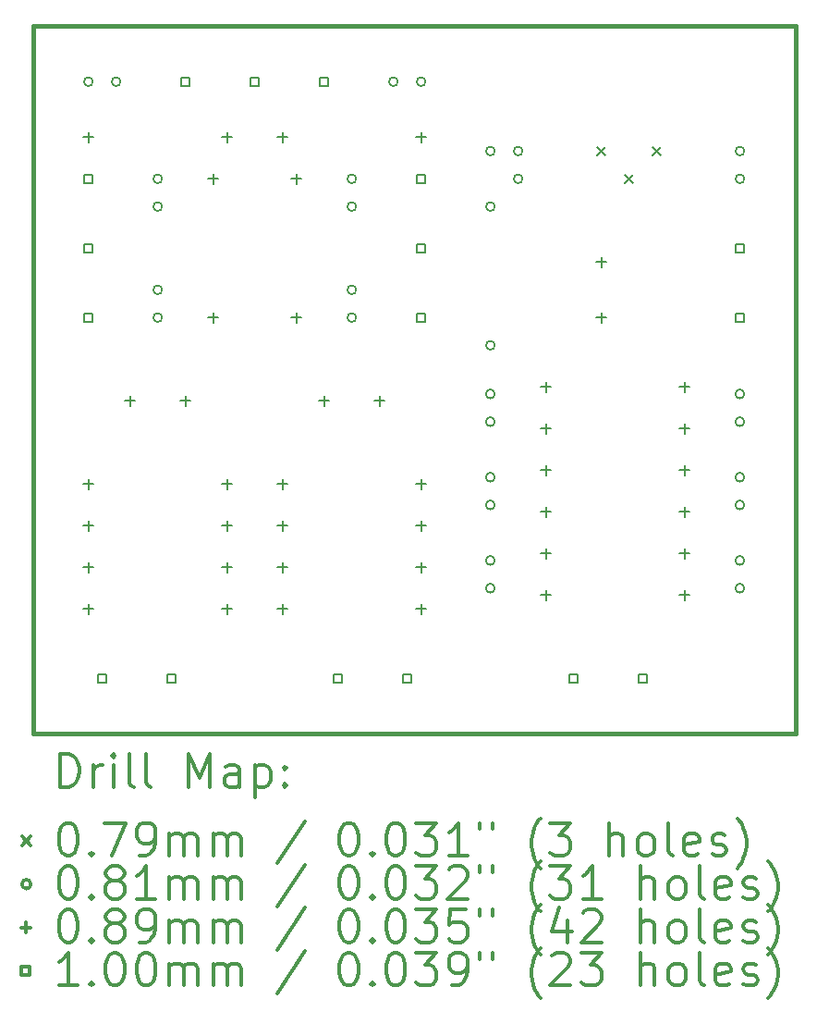
<source format=gbr>
%FSLAX45Y45*%
G04 Gerber Fmt 4.5, Leading zero omitted, Abs format (unit mm)*
G04 Created by KiCad (PCBNEW 4.0.5+dfsg1-4+deb9u1) date Sun Sep  4 20:06:38 2022*
%MOMM*%
%LPD*%
G01*
G04 APERTURE LIST*
%ADD10C,0.127000*%
%ADD11C,0.381000*%
%ADD12C,0.200000*%
%ADD13C,0.300000*%
G04 APERTURE END LIST*
D10*
D11*
X18224500Y-6858000D02*
X11239500Y-6858000D01*
X18224500Y-9271000D02*
X18224500Y-6858000D01*
X18224500Y-13335000D02*
X18224500Y-9271000D01*
X11239500Y-13335000D02*
X18224500Y-13335000D01*
X11239500Y-6858000D02*
X11239500Y-13335000D01*
D12*
X16407130Y-7961630D02*
X16485870Y-8040370D01*
X16485870Y-7961630D02*
X16407130Y-8040370D01*
X16661130Y-8215630D02*
X16739870Y-8294370D01*
X16739870Y-8215630D02*
X16661130Y-8294370D01*
X16915130Y-7961630D02*
X16993870Y-8040370D01*
X16993870Y-7961630D02*
X16915130Y-8040370D01*
X11788140Y-7366000D02*
G75*
G03X11788140Y-7366000I-40640J0D01*
G01*
X12042140Y-7366000D02*
G75*
G03X12042140Y-7366000I-40640J0D01*
G01*
X12423140Y-8255000D02*
G75*
G03X12423140Y-8255000I-40640J0D01*
G01*
X12423140Y-8509000D02*
G75*
G03X12423140Y-8509000I-40640J0D01*
G01*
X12423140Y-9271000D02*
G75*
G03X12423140Y-9271000I-40640J0D01*
G01*
X12423140Y-9525000D02*
G75*
G03X12423140Y-9525000I-40640J0D01*
G01*
X14201140Y-8255000D02*
G75*
G03X14201140Y-8255000I-40640J0D01*
G01*
X14201140Y-8509000D02*
G75*
G03X14201140Y-8509000I-40640J0D01*
G01*
X14201140Y-9271000D02*
G75*
G03X14201140Y-9271000I-40640J0D01*
G01*
X14201140Y-9525000D02*
G75*
G03X14201140Y-9525000I-40640J0D01*
G01*
X14582140Y-7366000D02*
G75*
G03X14582140Y-7366000I-40640J0D01*
G01*
X14836140Y-7366000D02*
G75*
G03X14836140Y-7366000I-40640J0D01*
G01*
X15471140Y-8001000D02*
G75*
G03X15471140Y-8001000I-40640J0D01*
G01*
X15471140Y-8509000D02*
G75*
G03X15471140Y-8509000I-40640J0D01*
G01*
X15471140Y-9779000D02*
G75*
G03X15471140Y-9779000I-40640J0D01*
G01*
X15471140Y-10223500D02*
G75*
G03X15471140Y-10223500I-40640J0D01*
G01*
X15471140Y-10477500D02*
G75*
G03X15471140Y-10477500I-40640J0D01*
G01*
X15471140Y-10985500D02*
G75*
G03X15471140Y-10985500I-40640J0D01*
G01*
X15471140Y-11239500D02*
G75*
G03X15471140Y-11239500I-40640J0D01*
G01*
X15471140Y-11747500D02*
G75*
G03X15471140Y-11747500I-40640J0D01*
G01*
X15471140Y-12001500D02*
G75*
G03X15471140Y-12001500I-40640J0D01*
G01*
X15725140Y-8001000D02*
G75*
G03X15725140Y-8001000I-40640J0D01*
G01*
X15725140Y-8255000D02*
G75*
G03X15725140Y-8255000I-40640J0D01*
G01*
X17757140Y-8001000D02*
G75*
G03X17757140Y-8001000I-40640J0D01*
G01*
X17757140Y-8255000D02*
G75*
G03X17757140Y-8255000I-40640J0D01*
G01*
X17757140Y-10223500D02*
G75*
G03X17757140Y-10223500I-40640J0D01*
G01*
X17757140Y-10477500D02*
G75*
G03X17757140Y-10477500I-40640J0D01*
G01*
X17757140Y-10985500D02*
G75*
G03X17757140Y-10985500I-40640J0D01*
G01*
X17757140Y-11239500D02*
G75*
G03X17757140Y-11239500I-40640J0D01*
G01*
X17757140Y-11747500D02*
G75*
G03X17757140Y-11747500I-40640J0D01*
G01*
X17757140Y-12001500D02*
G75*
G03X17757140Y-12001500I-40640J0D01*
G01*
X11747500Y-7829550D02*
X11747500Y-7918450D01*
X11703050Y-7874000D02*
X11791950Y-7874000D01*
X11747500Y-11004550D02*
X11747500Y-11093450D01*
X11703050Y-11049000D02*
X11791950Y-11049000D01*
X11747500Y-11385550D02*
X11747500Y-11474450D01*
X11703050Y-11430000D02*
X11791950Y-11430000D01*
X11747500Y-11766550D02*
X11747500Y-11855450D01*
X11703050Y-11811000D02*
X11791950Y-11811000D01*
X11747500Y-12147550D02*
X11747500Y-12236450D01*
X11703050Y-12192000D02*
X11791950Y-12192000D01*
X12128500Y-10242550D02*
X12128500Y-10331450D01*
X12084050Y-10287000D02*
X12172950Y-10287000D01*
X12636500Y-10242550D02*
X12636500Y-10331450D01*
X12592050Y-10287000D02*
X12680950Y-10287000D01*
X12890500Y-8210550D02*
X12890500Y-8299450D01*
X12846050Y-8255000D02*
X12934950Y-8255000D01*
X12890500Y-9480550D02*
X12890500Y-9569450D01*
X12846050Y-9525000D02*
X12934950Y-9525000D01*
X13017500Y-7829550D02*
X13017500Y-7918450D01*
X12973050Y-7874000D02*
X13061950Y-7874000D01*
X13017500Y-11004550D02*
X13017500Y-11093450D01*
X12973050Y-11049000D02*
X13061950Y-11049000D01*
X13017500Y-11385550D02*
X13017500Y-11474450D01*
X12973050Y-11430000D02*
X13061950Y-11430000D01*
X13017500Y-11766550D02*
X13017500Y-11855450D01*
X12973050Y-11811000D02*
X13061950Y-11811000D01*
X13017500Y-12147550D02*
X13017500Y-12236450D01*
X12973050Y-12192000D02*
X13061950Y-12192000D01*
X13525500Y-7829550D02*
X13525500Y-7918450D01*
X13481050Y-7874000D02*
X13569950Y-7874000D01*
X13525500Y-11004550D02*
X13525500Y-11093450D01*
X13481050Y-11049000D02*
X13569950Y-11049000D01*
X13525500Y-11385550D02*
X13525500Y-11474450D01*
X13481050Y-11430000D02*
X13569950Y-11430000D01*
X13525500Y-11766550D02*
X13525500Y-11855450D01*
X13481050Y-11811000D02*
X13569950Y-11811000D01*
X13525500Y-12147550D02*
X13525500Y-12236450D01*
X13481050Y-12192000D02*
X13569950Y-12192000D01*
X13652500Y-8210550D02*
X13652500Y-8299450D01*
X13608050Y-8255000D02*
X13696950Y-8255000D01*
X13652500Y-9480550D02*
X13652500Y-9569450D01*
X13608050Y-9525000D02*
X13696950Y-9525000D01*
X13906500Y-10242550D02*
X13906500Y-10331450D01*
X13862050Y-10287000D02*
X13950950Y-10287000D01*
X14414500Y-10242550D02*
X14414500Y-10331450D01*
X14370050Y-10287000D02*
X14458950Y-10287000D01*
X14795500Y-7829550D02*
X14795500Y-7918450D01*
X14751050Y-7874000D02*
X14839950Y-7874000D01*
X14795500Y-11004550D02*
X14795500Y-11093450D01*
X14751050Y-11049000D02*
X14839950Y-11049000D01*
X14795500Y-11385550D02*
X14795500Y-11474450D01*
X14751050Y-11430000D02*
X14839950Y-11430000D01*
X14795500Y-11766550D02*
X14795500Y-11855450D01*
X14751050Y-11811000D02*
X14839950Y-11811000D01*
X14795500Y-12147550D02*
X14795500Y-12236450D01*
X14751050Y-12192000D02*
X14839950Y-12192000D01*
X15938500Y-10115550D02*
X15938500Y-10204450D01*
X15894050Y-10160000D02*
X15982950Y-10160000D01*
X15938500Y-10496550D02*
X15938500Y-10585450D01*
X15894050Y-10541000D02*
X15982950Y-10541000D01*
X15938500Y-10877550D02*
X15938500Y-10966450D01*
X15894050Y-10922000D02*
X15982950Y-10922000D01*
X15938500Y-11258550D02*
X15938500Y-11347450D01*
X15894050Y-11303000D02*
X15982950Y-11303000D01*
X15938500Y-11639550D02*
X15938500Y-11728450D01*
X15894050Y-11684000D02*
X15982950Y-11684000D01*
X15938500Y-12020550D02*
X15938500Y-12109450D01*
X15894050Y-12065000D02*
X15982950Y-12065000D01*
X16446500Y-8972550D02*
X16446500Y-9061450D01*
X16402050Y-9017000D02*
X16490950Y-9017000D01*
X16446500Y-9480550D02*
X16446500Y-9569450D01*
X16402050Y-9525000D02*
X16490950Y-9525000D01*
X17208500Y-10115550D02*
X17208500Y-10204450D01*
X17164050Y-10160000D02*
X17252950Y-10160000D01*
X17208500Y-10496550D02*
X17208500Y-10585450D01*
X17164050Y-10541000D02*
X17252950Y-10541000D01*
X17208500Y-10877550D02*
X17208500Y-10966450D01*
X17164050Y-10922000D02*
X17252950Y-10922000D01*
X17208500Y-11258550D02*
X17208500Y-11347450D01*
X17164050Y-11303000D02*
X17252950Y-11303000D01*
X17208500Y-11639550D02*
X17208500Y-11728450D01*
X17164050Y-11684000D02*
X17252950Y-11684000D01*
X17208500Y-12020550D02*
X17208500Y-12109450D01*
X17164050Y-12065000D02*
X17252950Y-12065000D01*
X11782882Y-8290382D02*
X11782882Y-8219617D01*
X11712117Y-8219617D01*
X11712117Y-8290382D01*
X11782882Y-8290382D01*
X11782882Y-8290382D02*
X11782882Y-8219617D01*
X11712117Y-8219617D01*
X11712117Y-8290382D01*
X11782882Y-8290382D01*
X11782882Y-8925383D02*
X11782882Y-8854618D01*
X11712117Y-8854618D01*
X11712117Y-8925383D01*
X11782882Y-8925383D01*
X11782882Y-8925383D02*
X11782882Y-8854618D01*
X11712117Y-8854618D01*
X11712117Y-8925383D01*
X11782882Y-8925383D01*
X11782882Y-9560383D02*
X11782882Y-9489618D01*
X11712117Y-9489618D01*
X11712117Y-9560383D01*
X11782882Y-9560383D01*
X11782882Y-9560383D02*
X11782882Y-9489618D01*
X11712117Y-9489618D01*
X11712117Y-9560383D01*
X11782882Y-9560383D01*
X11909882Y-12862382D02*
X11909882Y-12791617D01*
X11839117Y-12791617D01*
X11839117Y-12862382D01*
X11909882Y-12862382D01*
X12544882Y-12862382D02*
X12544882Y-12791617D01*
X12474117Y-12791617D01*
X12474117Y-12862382D01*
X12544882Y-12862382D01*
X12671882Y-7401382D02*
X12671882Y-7330617D01*
X12601117Y-7330617D01*
X12601117Y-7401382D01*
X12671882Y-7401382D01*
X13306882Y-7401382D02*
X13306882Y-7330617D01*
X13236117Y-7330617D01*
X13236117Y-7401382D01*
X13306882Y-7401382D01*
X13941882Y-7401382D02*
X13941882Y-7330617D01*
X13871117Y-7330617D01*
X13871117Y-7401382D01*
X13941882Y-7401382D01*
X14068882Y-12862382D02*
X14068882Y-12791617D01*
X13998117Y-12791617D01*
X13998117Y-12862382D01*
X14068882Y-12862382D01*
X14703882Y-12862382D02*
X14703882Y-12791617D01*
X14633117Y-12791617D01*
X14633117Y-12862382D01*
X14703882Y-12862382D01*
X14830882Y-8290382D02*
X14830882Y-8219617D01*
X14760117Y-8219617D01*
X14760117Y-8290382D01*
X14830882Y-8290382D01*
X14830882Y-8290382D02*
X14830882Y-8219617D01*
X14760117Y-8219617D01*
X14760117Y-8290382D01*
X14830882Y-8290382D01*
X14830882Y-8925383D02*
X14830882Y-8854618D01*
X14760117Y-8854618D01*
X14760117Y-8925383D01*
X14830882Y-8925383D01*
X14830882Y-8925383D02*
X14830882Y-8854618D01*
X14760117Y-8854618D01*
X14760117Y-8925383D01*
X14830882Y-8925383D01*
X14830882Y-9560383D02*
X14830882Y-9489618D01*
X14760117Y-9489618D01*
X14760117Y-9560383D01*
X14830882Y-9560383D01*
X14830882Y-9560383D02*
X14830882Y-9489618D01*
X14760117Y-9489618D01*
X14760117Y-9560383D01*
X14830882Y-9560383D01*
X16227882Y-12862382D02*
X16227882Y-12791617D01*
X16157117Y-12791617D01*
X16157117Y-12862382D01*
X16227882Y-12862382D01*
X16862883Y-12862382D02*
X16862883Y-12791617D01*
X16792118Y-12791617D01*
X16792118Y-12862382D01*
X16862883Y-12862382D01*
X17751883Y-8925383D02*
X17751883Y-8854618D01*
X17681118Y-8854618D01*
X17681118Y-8925383D01*
X17751883Y-8925383D01*
X17751883Y-9560383D02*
X17751883Y-9489618D01*
X17681118Y-9489618D01*
X17681118Y-9560383D01*
X17751883Y-9560383D01*
D13*
X11491878Y-13819764D02*
X11491878Y-13519764D01*
X11563307Y-13519764D01*
X11606164Y-13534050D01*
X11634736Y-13562621D01*
X11649021Y-13591193D01*
X11663307Y-13648336D01*
X11663307Y-13691193D01*
X11649021Y-13748336D01*
X11634736Y-13776907D01*
X11606164Y-13805479D01*
X11563307Y-13819764D01*
X11491878Y-13819764D01*
X11791878Y-13819764D02*
X11791878Y-13619764D01*
X11791878Y-13676907D02*
X11806164Y-13648336D01*
X11820450Y-13634050D01*
X11849021Y-13619764D01*
X11877593Y-13619764D01*
X11977593Y-13819764D02*
X11977593Y-13619764D01*
X11977593Y-13519764D02*
X11963307Y-13534050D01*
X11977593Y-13548336D01*
X11991878Y-13534050D01*
X11977593Y-13519764D01*
X11977593Y-13548336D01*
X12163307Y-13819764D02*
X12134736Y-13805479D01*
X12120450Y-13776907D01*
X12120450Y-13519764D01*
X12320450Y-13819764D02*
X12291878Y-13805479D01*
X12277593Y-13776907D01*
X12277593Y-13519764D01*
X12663307Y-13819764D02*
X12663307Y-13519764D01*
X12763307Y-13734050D01*
X12863307Y-13519764D01*
X12863307Y-13819764D01*
X13134736Y-13819764D02*
X13134736Y-13662621D01*
X13120450Y-13634050D01*
X13091878Y-13619764D01*
X13034736Y-13619764D01*
X13006164Y-13634050D01*
X13134736Y-13805479D02*
X13106164Y-13819764D01*
X13034736Y-13819764D01*
X13006164Y-13805479D01*
X12991878Y-13776907D01*
X12991878Y-13748336D01*
X13006164Y-13719764D01*
X13034736Y-13705479D01*
X13106164Y-13705479D01*
X13134736Y-13691193D01*
X13277593Y-13619764D02*
X13277593Y-13919764D01*
X13277593Y-13634050D02*
X13306164Y-13619764D01*
X13363307Y-13619764D01*
X13391878Y-13634050D01*
X13406164Y-13648336D01*
X13420450Y-13676907D01*
X13420450Y-13762621D01*
X13406164Y-13791193D01*
X13391878Y-13805479D01*
X13363307Y-13819764D01*
X13306164Y-13819764D01*
X13277593Y-13805479D01*
X13549021Y-13791193D02*
X13563307Y-13805479D01*
X13549021Y-13819764D01*
X13534736Y-13805479D01*
X13549021Y-13791193D01*
X13549021Y-13819764D01*
X13549021Y-13634050D02*
X13563307Y-13648336D01*
X13549021Y-13662621D01*
X13534736Y-13648336D01*
X13549021Y-13634050D01*
X13549021Y-13662621D01*
X11141710Y-14274680D02*
X11220450Y-14353420D01*
X11220450Y-14274680D02*
X11141710Y-14353420D01*
X11549021Y-14149764D02*
X11577593Y-14149764D01*
X11606164Y-14164050D01*
X11620450Y-14178336D01*
X11634736Y-14206907D01*
X11649021Y-14264050D01*
X11649021Y-14335479D01*
X11634736Y-14392621D01*
X11620450Y-14421193D01*
X11606164Y-14435479D01*
X11577593Y-14449764D01*
X11549021Y-14449764D01*
X11520450Y-14435479D01*
X11506164Y-14421193D01*
X11491878Y-14392621D01*
X11477593Y-14335479D01*
X11477593Y-14264050D01*
X11491878Y-14206907D01*
X11506164Y-14178336D01*
X11520450Y-14164050D01*
X11549021Y-14149764D01*
X11777593Y-14421193D02*
X11791878Y-14435479D01*
X11777593Y-14449764D01*
X11763307Y-14435479D01*
X11777593Y-14421193D01*
X11777593Y-14449764D01*
X11891878Y-14149764D02*
X12091878Y-14149764D01*
X11963307Y-14449764D01*
X12220450Y-14449764D02*
X12277593Y-14449764D01*
X12306164Y-14435479D01*
X12320450Y-14421193D01*
X12349021Y-14378336D01*
X12363307Y-14321193D01*
X12363307Y-14206907D01*
X12349021Y-14178336D01*
X12334736Y-14164050D01*
X12306164Y-14149764D01*
X12249021Y-14149764D01*
X12220450Y-14164050D01*
X12206164Y-14178336D01*
X12191878Y-14206907D01*
X12191878Y-14278336D01*
X12206164Y-14306907D01*
X12220450Y-14321193D01*
X12249021Y-14335479D01*
X12306164Y-14335479D01*
X12334736Y-14321193D01*
X12349021Y-14306907D01*
X12363307Y-14278336D01*
X12491878Y-14449764D02*
X12491878Y-14249764D01*
X12491878Y-14278336D02*
X12506164Y-14264050D01*
X12534736Y-14249764D01*
X12577593Y-14249764D01*
X12606164Y-14264050D01*
X12620450Y-14292621D01*
X12620450Y-14449764D01*
X12620450Y-14292621D02*
X12634736Y-14264050D01*
X12663307Y-14249764D01*
X12706164Y-14249764D01*
X12734736Y-14264050D01*
X12749021Y-14292621D01*
X12749021Y-14449764D01*
X12891878Y-14449764D02*
X12891878Y-14249764D01*
X12891878Y-14278336D02*
X12906164Y-14264050D01*
X12934736Y-14249764D01*
X12977593Y-14249764D01*
X13006164Y-14264050D01*
X13020450Y-14292621D01*
X13020450Y-14449764D01*
X13020450Y-14292621D02*
X13034736Y-14264050D01*
X13063307Y-14249764D01*
X13106164Y-14249764D01*
X13134736Y-14264050D01*
X13149021Y-14292621D01*
X13149021Y-14449764D01*
X13734736Y-14135479D02*
X13477593Y-14521193D01*
X14120450Y-14149764D02*
X14149021Y-14149764D01*
X14177593Y-14164050D01*
X14191878Y-14178336D01*
X14206164Y-14206907D01*
X14220450Y-14264050D01*
X14220450Y-14335479D01*
X14206164Y-14392621D01*
X14191878Y-14421193D01*
X14177593Y-14435479D01*
X14149021Y-14449764D01*
X14120450Y-14449764D01*
X14091878Y-14435479D01*
X14077593Y-14421193D01*
X14063307Y-14392621D01*
X14049021Y-14335479D01*
X14049021Y-14264050D01*
X14063307Y-14206907D01*
X14077593Y-14178336D01*
X14091878Y-14164050D01*
X14120450Y-14149764D01*
X14349021Y-14421193D02*
X14363307Y-14435479D01*
X14349021Y-14449764D01*
X14334736Y-14435479D01*
X14349021Y-14421193D01*
X14349021Y-14449764D01*
X14549021Y-14149764D02*
X14577593Y-14149764D01*
X14606164Y-14164050D01*
X14620450Y-14178336D01*
X14634735Y-14206907D01*
X14649021Y-14264050D01*
X14649021Y-14335479D01*
X14634735Y-14392621D01*
X14620450Y-14421193D01*
X14606164Y-14435479D01*
X14577593Y-14449764D01*
X14549021Y-14449764D01*
X14520450Y-14435479D01*
X14506164Y-14421193D01*
X14491878Y-14392621D01*
X14477593Y-14335479D01*
X14477593Y-14264050D01*
X14491878Y-14206907D01*
X14506164Y-14178336D01*
X14520450Y-14164050D01*
X14549021Y-14149764D01*
X14749021Y-14149764D02*
X14934735Y-14149764D01*
X14834735Y-14264050D01*
X14877593Y-14264050D01*
X14906164Y-14278336D01*
X14920450Y-14292621D01*
X14934735Y-14321193D01*
X14934735Y-14392621D01*
X14920450Y-14421193D01*
X14906164Y-14435479D01*
X14877593Y-14449764D01*
X14791878Y-14449764D01*
X14763307Y-14435479D01*
X14749021Y-14421193D01*
X15220450Y-14449764D02*
X15049021Y-14449764D01*
X15134735Y-14449764D02*
X15134735Y-14149764D01*
X15106164Y-14192621D01*
X15077593Y-14221193D01*
X15049021Y-14235479D01*
X15334736Y-14149764D02*
X15334736Y-14206907D01*
X15449021Y-14149764D02*
X15449021Y-14206907D01*
X15891878Y-14564050D02*
X15877593Y-14549764D01*
X15849021Y-14506907D01*
X15834735Y-14478336D01*
X15820450Y-14435479D01*
X15806164Y-14364050D01*
X15806164Y-14306907D01*
X15820450Y-14235479D01*
X15834735Y-14192621D01*
X15849021Y-14164050D01*
X15877593Y-14121193D01*
X15891878Y-14106907D01*
X15977593Y-14149764D02*
X16163307Y-14149764D01*
X16063307Y-14264050D01*
X16106164Y-14264050D01*
X16134735Y-14278336D01*
X16149021Y-14292621D01*
X16163307Y-14321193D01*
X16163307Y-14392621D01*
X16149021Y-14421193D01*
X16134735Y-14435479D01*
X16106164Y-14449764D01*
X16020450Y-14449764D01*
X15991878Y-14435479D01*
X15977593Y-14421193D01*
X16520450Y-14449764D02*
X16520450Y-14149764D01*
X16649021Y-14449764D02*
X16649021Y-14292621D01*
X16634735Y-14264050D01*
X16606164Y-14249764D01*
X16563307Y-14249764D01*
X16534735Y-14264050D01*
X16520450Y-14278336D01*
X16834736Y-14449764D02*
X16806164Y-14435479D01*
X16791878Y-14421193D01*
X16777593Y-14392621D01*
X16777593Y-14306907D01*
X16791878Y-14278336D01*
X16806164Y-14264050D01*
X16834736Y-14249764D01*
X16877593Y-14249764D01*
X16906164Y-14264050D01*
X16920450Y-14278336D01*
X16934736Y-14306907D01*
X16934736Y-14392621D01*
X16920450Y-14421193D01*
X16906164Y-14435479D01*
X16877593Y-14449764D01*
X16834736Y-14449764D01*
X17106164Y-14449764D02*
X17077593Y-14435479D01*
X17063307Y-14406907D01*
X17063307Y-14149764D01*
X17334736Y-14435479D02*
X17306164Y-14449764D01*
X17249021Y-14449764D01*
X17220450Y-14435479D01*
X17206164Y-14406907D01*
X17206164Y-14292621D01*
X17220450Y-14264050D01*
X17249021Y-14249764D01*
X17306164Y-14249764D01*
X17334736Y-14264050D01*
X17349021Y-14292621D01*
X17349021Y-14321193D01*
X17206164Y-14349764D01*
X17463307Y-14435479D02*
X17491879Y-14449764D01*
X17549021Y-14449764D01*
X17577593Y-14435479D01*
X17591879Y-14406907D01*
X17591879Y-14392621D01*
X17577593Y-14364050D01*
X17549021Y-14349764D01*
X17506164Y-14349764D01*
X17477593Y-14335479D01*
X17463307Y-14306907D01*
X17463307Y-14292621D01*
X17477593Y-14264050D01*
X17506164Y-14249764D01*
X17549021Y-14249764D01*
X17577593Y-14264050D01*
X17691878Y-14564050D02*
X17706164Y-14549764D01*
X17734736Y-14506907D01*
X17749021Y-14478336D01*
X17763307Y-14435479D01*
X17777593Y-14364050D01*
X17777593Y-14306907D01*
X17763307Y-14235479D01*
X17749021Y-14192621D01*
X17734736Y-14164050D01*
X17706164Y-14121193D01*
X17691878Y-14106907D01*
X11220450Y-14710050D02*
G75*
G03X11220450Y-14710050I-40640J0D01*
G01*
X11549021Y-14545764D02*
X11577593Y-14545764D01*
X11606164Y-14560050D01*
X11620450Y-14574336D01*
X11634736Y-14602907D01*
X11649021Y-14660050D01*
X11649021Y-14731479D01*
X11634736Y-14788621D01*
X11620450Y-14817193D01*
X11606164Y-14831479D01*
X11577593Y-14845764D01*
X11549021Y-14845764D01*
X11520450Y-14831479D01*
X11506164Y-14817193D01*
X11491878Y-14788621D01*
X11477593Y-14731479D01*
X11477593Y-14660050D01*
X11491878Y-14602907D01*
X11506164Y-14574336D01*
X11520450Y-14560050D01*
X11549021Y-14545764D01*
X11777593Y-14817193D02*
X11791878Y-14831479D01*
X11777593Y-14845764D01*
X11763307Y-14831479D01*
X11777593Y-14817193D01*
X11777593Y-14845764D01*
X11963307Y-14674336D02*
X11934736Y-14660050D01*
X11920450Y-14645764D01*
X11906164Y-14617193D01*
X11906164Y-14602907D01*
X11920450Y-14574336D01*
X11934736Y-14560050D01*
X11963307Y-14545764D01*
X12020450Y-14545764D01*
X12049021Y-14560050D01*
X12063307Y-14574336D01*
X12077593Y-14602907D01*
X12077593Y-14617193D01*
X12063307Y-14645764D01*
X12049021Y-14660050D01*
X12020450Y-14674336D01*
X11963307Y-14674336D01*
X11934736Y-14688621D01*
X11920450Y-14702907D01*
X11906164Y-14731479D01*
X11906164Y-14788621D01*
X11920450Y-14817193D01*
X11934736Y-14831479D01*
X11963307Y-14845764D01*
X12020450Y-14845764D01*
X12049021Y-14831479D01*
X12063307Y-14817193D01*
X12077593Y-14788621D01*
X12077593Y-14731479D01*
X12063307Y-14702907D01*
X12049021Y-14688621D01*
X12020450Y-14674336D01*
X12363307Y-14845764D02*
X12191878Y-14845764D01*
X12277593Y-14845764D02*
X12277593Y-14545764D01*
X12249021Y-14588621D01*
X12220450Y-14617193D01*
X12191878Y-14631479D01*
X12491878Y-14845764D02*
X12491878Y-14645764D01*
X12491878Y-14674336D02*
X12506164Y-14660050D01*
X12534736Y-14645764D01*
X12577593Y-14645764D01*
X12606164Y-14660050D01*
X12620450Y-14688621D01*
X12620450Y-14845764D01*
X12620450Y-14688621D02*
X12634736Y-14660050D01*
X12663307Y-14645764D01*
X12706164Y-14645764D01*
X12734736Y-14660050D01*
X12749021Y-14688621D01*
X12749021Y-14845764D01*
X12891878Y-14845764D02*
X12891878Y-14645764D01*
X12891878Y-14674336D02*
X12906164Y-14660050D01*
X12934736Y-14645764D01*
X12977593Y-14645764D01*
X13006164Y-14660050D01*
X13020450Y-14688621D01*
X13020450Y-14845764D01*
X13020450Y-14688621D02*
X13034736Y-14660050D01*
X13063307Y-14645764D01*
X13106164Y-14645764D01*
X13134736Y-14660050D01*
X13149021Y-14688621D01*
X13149021Y-14845764D01*
X13734736Y-14531479D02*
X13477593Y-14917193D01*
X14120450Y-14545764D02*
X14149021Y-14545764D01*
X14177593Y-14560050D01*
X14191878Y-14574336D01*
X14206164Y-14602907D01*
X14220450Y-14660050D01*
X14220450Y-14731479D01*
X14206164Y-14788621D01*
X14191878Y-14817193D01*
X14177593Y-14831479D01*
X14149021Y-14845764D01*
X14120450Y-14845764D01*
X14091878Y-14831479D01*
X14077593Y-14817193D01*
X14063307Y-14788621D01*
X14049021Y-14731479D01*
X14049021Y-14660050D01*
X14063307Y-14602907D01*
X14077593Y-14574336D01*
X14091878Y-14560050D01*
X14120450Y-14545764D01*
X14349021Y-14817193D02*
X14363307Y-14831479D01*
X14349021Y-14845764D01*
X14334736Y-14831479D01*
X14349021Y-14817193D01*
X14349021Y-14845764D01*
X14549021Y-14545764D02*
X14577593Y-14545764D01*
X14606164Y-14560050D01*
X14620450Y-14574336D01*
X14634735Y-14602907D01*
X14649021Y-14660050D01*
X14649021Y-14731479D01*
X14634735Y-14788621D01*
X14620450Y-14817193D01*
X14606164Y-14831479D01*
X14577593Y-14845764D01*
X14549021Y-14845764D01*
X14520450Y-14831479D01*
X14506164Y-14817193D01*
X14491878Y-14788621D01*
X14477593Y-14731479D01*
X14477593Y-14660050D01*
X14491878Y-14602907D01*
X14506164Y-14574336D01*
X14520450Y-14560050D01*
X14549021Y-14545764D01*
X14749021Y-14545764D02*
X14934735Y-14545764D01*
X14834735Y-14660050D01*
X14877593Y-14660050D01*
X14906164Y-14674336D01*
X14920450Y-14688621D01*
X14934735Y-14717193D01*
X14934735Y-14788621D01*
X14920450Y-14817193D01*
X14906164Y-14831479D01*
X14877593Y-14845764D01*
X14791878Y-14845764D01*
X14763307Y-14831479D01*
X14749021Y-14817193D01*
X15049021Y-14574336D02*
X15063307Y-14560050D01*
X15091878Y-14545764D01*
X15163307Y-14545764D01*
X15191878Y-14560050D01*
X15206164Y-14574336D01*
X15220450Y-14602907D01*
X15220450Y-14631479D01*
X15206164Y-14674336D01*
X15034735Y-14845764D01*
X15220450Y-14845764D01*
X15334736Y-14545764D02*
X15334736Y-14602907D01*
X15449021Y-14545764D02*
X15449021Y-14602907D01*
X15891878Y-14960050D02*
X15877593Y-14945764D01*
X15849021Y-14902907D01*
X15834735Y-14874336D01*
X15820450Y-14831479D01*
X15806164Y-14760050D01*
X15806164Y-14702907D01*
X15820450Y-14631479D01*
X15834735Y-14588621D01*
X15849021Y-14560050D01*
X15877593Y-14517193D01*
X15891878Y-14502907D01*
X15977593Y-14545764D02*
X16163307Y-14545764D01*
X16063307Y-14660050D01*
X16106164Y-14660050D01*
X16134735Y-14674336D01*
X16149021Y-14688621D01*
X16163307Y-14717193D01*
X16163307Y-14788621D01*
X16149021Y-14817193D01*
X16134735Y-14831479D01*
X16106164Y-14845764D01*
X16020450Y-14845764D01*
X15991878Y-14831479D01*
X15977593Y-14817193D01*
X16449021Y-14845764D02*
X16277593Y-14845764D01*
X16363307Y-14845764D02*
X16363307Y-14545764D01*
X16334735Y-14588621D01*
X16306164Y-14617193D01*
X16277593Y-14631479D01*
X16806164Y-14845764D02*
X16806164Y-14545764D01*
X16934736Y-14845764D02*
X16934736Y-14688621D01*
X16920450Y-14660050D01*
X16891878Y-14645764D01*
X16849021Y-14645764D01*
X16820450Y-14660050D01*
X16806164Y-14674336D01*
X17120450Y-14845764D02*
X17091878Y-14831479D01*
X17077593Y-14817193D01*
X17063307Y-14788621D01*
X17063307Y-14702907D01*
X17077593Y-14674336D01*
X17091878Y-14660050D01*
X17120450Y-14645764D01*
X17163307Y-14645764D01*
X17191878Y-14660050D01*
X17206164Y-14674336D01*
X17220450Y-14702907D01*
X17220450Y-14788621D01*
X17206164Y-14817193D01*
X17191878Y-14831479D01*
X17163307Y-14845764D01*
X17120450Y-14845764D01*
X17391878Y-14845764D02*
X17363307Y-14831479D01*
X17349021Y-14802907D01*
X17349021Y-14545764D01*
X17620450Y-14831479D02*
X17591879Y-14845764D01*
X17534736Y-14845764D01*
X17506164Y-14831479D01*
X17491879Y-14802907D01*
X17491879Y-14688621D01*
X17506164Y-14660050D01*
X17534736Y-14645764D01*
X17591879Y-14645764D01*
X17620450Y-14660050D01*
X17634736Y-14688621D01*
X17634736Y-14717193D01*
X17491879Y-14745764D01*
X17749021Y-14831479D02*
X17777593Y-14845764D01*
X17834736Y-14845764D01*
X17863307Y-14831479D01*
X17877593Y-14802907D01*
X17877593Y-14788621D01*
X17863307Y-14760050D01*
X17834736Y-14745764D01*
X17791879Y-14745764D01*
X17763307Y-14731479D01*
X17749021Y-14702907D01*
X17749021Y-14688621D01*
X17763307Y-14660050D01*
X17791879Y-14645764D01*
X17834736Y-14645764D01*
X17863307Y-14660050D01*
X17977593Y-14960050D02*
X17991879Y-14945764D01*
X18020450Y-14902907D01*
X18034736Y-14874336D01*
X18049021Y-14831479D01*
X18063307Y-14760050D01*
X18063307Y-14702907D01*
X18049021Y-14631479D01*
X18034736Y-14588621D01*
X18020450Y-14560050D01*
X17991879Y-14517193D01*
X17977593Y-14502907D01*
X11176000Y-15061600D02*
X11176000Y-15150500D01*
X11131550Y-15106050D02*
X11220450Y-15106050D01*
X11549021Y-14941764D02*
X11577593Y-14941764D01*
X11606164Y-14956050D01*
X11620450Y-14970336D01*
X11634736Y-14998907D01*
X11649021Y-15056050D01*
X11649021Y-15127479D01*
X11634736Y-15184621D01*
X11620450Y-15213193D01*
X11606164Y-15227479D01*
X11577593Y-15241764D01*
X11549021Y-15241764D01*
X11520450Y-15227479D01*
X11506164Y-15213193D01*
X11491878Y-15184621D01*
X11477593Y-15127479D01*
X11477593Y-15056050D01*
X11491878Y-14998907D01*
X11506164Y-14970336D01*
X11520450Y-14956050D01*
X11549021Y-14941764D01*
X11777593Y-15213193D02*
X11791878Y-15227479D01*
X11777593Y-15241764D01*
X11763307Y-15227479D01*
X11777593Y-15213193D01*
X11777593Y-15241764D01*
X11963307Y-15070336D02*
X11934736Y-15056050D01*
X11920450Y-15041764D01*
X11906164Y-15013193D01*
X11906164Y-14998907D01*
X11920450Y-14970336D01*
X11934736Y-14956050D01*
X11963307Y-14941764D01*
X12020450Y-14941764D01*
X12049021Y-14956050D01*
X12063307Y-14970336D01*
X12077593Y-14998907D01*
X12077593Y-15013193D01*
X12063307Y-15041764D01*
X12049021Y-15056050D01*
X12020450Y-15070336D01*
X11963307Y-15070336D01*
X11934736Y-15084621D01*
X11920450Y-15098907D01*
X11906164Y-15127479D01*
X11906164Y-15184621D01*
X11920450Y-15213193D01*
X11934736Y-15227479D01*
X11963307Y-15241764D01*
X12020450Y-15241764D01*
X12049021Y-15227479D01*
X12063307Y-15213193D01*
X12077593Y-15184621D01*
X12077593Y-15127479D01*
X12063307Y-15098907D01*
X12049021Y-15084621D01*
X12020450Y-15070336D01*
X12220450Y-15241764D02*
X12277593Y-15241764D01*
X12306164Y-15227479D01*
X12320450Y-15213193D01*
X12349021Y-15170336D01*
X12363307Y-15113193D01*
X12363307Y-14998907D01*
X12349021Y-14970336D01*
X12334736Y-14956050D01*
X12306164Y-14941764D01*
X12249021Y-14941764D01*
X12220450Y-14956050D01*
X12206164Y-14970336D01*
X12191878Y-14998907D01*
X12191878Y-15070336D01*
X12206164Y-15098907D01*
X12220450Y-15113193D01*
X12249021Y-15127479D01*
X12306164Y-15127479D01*
X12334736Y-15113193D01*
X12349021Y-15098907D01*
X12363307Y-15070336D01*
X12491878Y-15241764D02*
X12491878Y-15041764D01*
X12491878Y-15070336D02*
X12506164Y-15056050D01*
X12534736Y-15041764D01*
X12577593Y-15041764D01*
X12606164Y-15056050D01*
X12620450Y-15084621D01*
X12620450Y-15241764D01*
X12620450Y-15084621D02*
X12634736Y-15056050D01*
X12663307Y-15041764D01*
X12706164Y-15041764D01*
X12734736Y-15056050D01*
X12749021Y-15084621D01*
X12749021Y-15241764D01*
X12891878Y-15241764D02*
X12891878Y-15041764D01*
X12891878Y-15070336D02*
X12906164Y-15056050D01*
X12934736Y-15041764D01*
X12977593Y-15041764D01*
X13006164Y-15056050D01*
X13020450Y-15084621D01*
X13020450Y-15241764D01*
X13020450Y-15084621D02*
X13034736Y-15056050D01*
X13063307Y-15041764D01*
X13106164Y-15041764D01*
X13134736Y-15056050D01*
X13149021Y-15084621D01*
X13149021Y-15241764D01*
X13734736Y-14927479D02*
X13477593Y-15313193D01*
X14120450Y-14941764D02*
X14149021Y-14941764D01*
X14177593Y-14956050D01*
X14191878Y-14970336D01*
X14206164Y-14998907D01*
X14220450Y-15056050D01*
X14220450Y-15127479D01*
X14206164Y-15184621D01*
X14191878Y-15213193D01*
X14177593Y-15227479D01*
X14149021Y-15241764D01*
X14120450Y-15241764D01*
X14091878Y-15227479D01*
X14077593Y-15213193D01*
X14063307Y-15184621D01*
X14049021Y-15127479D01*
X14049021Y-15056050D01*
X14063307Y-14998907D01*
X14077593Y-14970336D01*
X14091878Y-14956050D01*
X14120450Y-14941764D01*
X14349021Y-15213193D02*
X14363307Y-15227479D01*
X14349021Y-15241764D01*
X14334736Y-15227479D01*
X14349021Y-15213193D01*
X14349021Y-15241764D01*
X14549021Y-14941764D02*
X14577593Y-14941764D01*
X14606164Y-14956050D01*
X14620450Y-14970336D01*
X14634735Y-14998907D01*
X14649021Y-15056050D01*
X14649021Y-15127479D01*
X14634735Y-15184621D01*
X14620450Y-15213193D01*
X14606164Y-15227479D01*
X14577593Y-15241764D01*
X14549021Y-15241764D01*
X14520450Y-15227479D01*
X14506164Y-15213193D01*
X14491878Y-15184621D01*
X14477593Y-15127479D01*
X14477593Y-15056050D01*
X14491878Y-14998907D01*
X14506164Y-14970336D01*
X14520450Y-14956050D01*
X14549021Y-14941764D01*
X14749021Y-14941764D02*
X14934735Y-14941764D01*
X14834735Y-15056050D01*
X14877593Y-15056050D01*
X14906164Y-15070336D01*
X14920450Y-15084621D01*
X14934735Y-15113193D01*
X14934735Y-15184621D01*
X14920450Y-15213193D01*
X14906164Y-15227479D01*
X14877593Y-15241764D01*
X14791878Y-15241764D01*
X14763307Y-15227479D01*
X14749021Y-15213193D01*
X15206164Y-14941764D02*
X15063307Y-14941764D01*
X15049021Y-15084621D01*
X15063307Y-15070336D01*
X15091878Y-15056050D01*
X15163307Y-15056050D01*
X15191878Y-15070336D01*
X15206164Y-15084621D01*
X15220450Y-15113193D01*
X15220450Y-15184621D01*
X15206164Y-15213193D01*
X15191878Y-15227479D01*
X15163307Y-15241764D01*
X15091878Y-15241764D01*
X15063307Y-15227479D01*
X15049021Y-15213193D01*
X15334736Y-14941764D02*
X15334736Y-14998907D01*
X15449021Y-14941764D02*
X15449021Y-14998907D01*
X15891878Y-15356050D02*
X15877593Y-15341764D01*
X15849021Y-15298907D01*
X15834735Y-15270336D01*
X15820450Y-15227479D01*
X15806164Y-15156050D01*
X15806164Y-15098907D01*
X15820450Y-15027479D01*
X15834735Y-14984621D01*
X15849021Y-14956050D01*
X15877593Y-14913193D01*
X15891878Y-14898907D01*
X16134735Y-15041764D02*
X16134735Y-15241764D01*
X16063307Y-14927479D02*
X15991878Y-15141764D01*
X16177593Y-15141764D01*
X16277593Y-14970336D02*
X16291878Y-14956050D01*
X16320450Y-14941764D01*
X16391878Y-14941764D01*
X16420450Y-14956050D01*
X16434735Y-14970336D01*
X16449021Y-14998907D01*
X16449021Y-15027479D01*
X16434735Y-15070336D01*
X16263307Y-15241764D01*
X16449021Y-15241764D01*
X16806164Y-15241764D02*
X16806164Y-14941764D01*
X16934736Y-15241764D02*
X16934736Y-15084621D01*
X16920450Y-15056050D01*
X16891878Y-15041764D01*
X16849021Y-15041764D01*
X16820450Y-15056050D01*
X16806164Y-15070336D01*
X17120450Y-15241764D02*
X17091878Y-15227479D01*
X17077593Y-15213193D01*
X17063307Y-15184621D01*
X17063307Y-15098907D01*
X17077593Y-15070336D01*
X17091878Y-15056050D01*
X17120450Y-15041764D01*
X17163307Y-15041764D01*
X17191878Y-15056050D01*
X17206164Y-15070336D01*
X17220450Y-15098907D01*
X17220450Y-15184621D01*
X17206164Y-15213193D01*
X17191878Y-15227479D01*
X17163307Y-15241764D01*
X17120450Y-15241764D01*
X17391878Y-15241764D02*
X17363307Y-15227479D01*
X17349021Y-15198907D01*
X17349021Y-14941764D01*
X17620450Y-15227479D02*
X17591879Y-15241764D01*
X17534736Y-15241764D01*
X17506164Y-15227479D01*
X17491879Y-15198907D01*
X17491879Y-15084621D01*
X17506164Y-15056050D01*
X17534736Y-15041764D01*
X17591879Y-15041764D01*
X17620450Y-15056050D01*
X17634736Y-15084621D01*
X17634736Y-15113193D01*
X17491879Y-15141764D01*
X17749021Y-15227479D02*
X17777593Y-15241764D01*
X17834736Y-15241764D01*
X17863307Y-15227479D01*
X17877593Y-15198907D01*
X17877593Y-15184621D01*
X17863307Y-15156050D01*
X17834736Y-15141764D01*
X17791879Y-15141764D01*
X17763307Y-15127479D01*
X17749021Y-15098907D01*
X17749021Y-15084621D01*
X17763307Y-15056050D01*
X17791879Y-15041764D01*
X17834736Y-15041764D01*
X17863307Y-15056050D01*
X17977593Y-15356050D02*
X17991879Y-15341764D01*
X18020450Y-15298907D01*
X18034736Y-15270336D01*
X18049021Y-15227479D01*
X18063307Y-15156050D01*
X18063307Y-15098907D01*
X18049021Y-15027479D01*
X18034736Y-14984621D01*
X18020450Y-14956050D01*
X17991879Y-14913193D01*
X17977593Y-14898907D01*
X11205794Y-15537433D02*
X11205794Y-15466668D01*
X11135029Y-15466668D01*
X11135029Y-15537433D01*
X11205794Y-15537433D01*
X11649021Y-15637764D02*
X11477593Y-15637764D01*
X11563307Y-15637764D02*
X11563307Y-15337764D01*
X11534736Y-15380621D01*
X11506164Y-15409193D01*
X11477593Y-15423479D01*
X11777593Y-15609193D02*
X11791878Y-15623479D01*
X11777593Y-15637764D01*
X11763307Y-15623479D01*
X11777593Y-15609193D01*
X11777593Y-15637764D01*
X11977593Y-15337764D02*
X12006164Y-15337764D01*
X12034736Y-15352050D01*
X12049021Y-15366336D01*
X12063307Y-15394907D01*
X12077593Y-15452050D01*
X12077593Y-15523479D01*
X12063307Y-15580621D01*
X12049021Y-15609193D01*
X12034736Y-15623479D01*
X12006164Y-15637764D01*
X11977593Y-15637764D01*
X11949021Y-15623479D01*
X11934736Y-15609193D01*
X11920450Y-15580621D01*
X11906164Y-15523479D01*
X11906164Y-15452050D01*
X11920450Y-15394907D01*
X11934736Y-15366336D01*
X11949021Y-15352050D01*
X11977593Y-15337764D01*
X12263307Y-15337764D02*
X12291878Y-15337764D01*
X12320450Y-15352050D01*
X12334736Y-15366336D01*
X12349021Y-15394907D01*
X12363307Y-15452050D01*
X12363307Y-15523479D01*
X12349021Y-15580621D01*
X12334736Y-15609193D01*
X12320450Y-15623479D01*
X12291878Y-15637764D01*
X12263307Y-15637764D01*
X12234736Y-15623479D01*
X12220450Y-15609193D01*
X12206164Y-15580621D01*
X12191878Y-15523479D01*
X12191878Y-15452050D01*
X12206164Y-15394907D01*
X12220450Y-15366336D01*
X12234736Y-15352050D01*
X12263307Y-15337764D01*
X12491878Y-15637764D02*
X12491878Y-15437764D01*
X12491878Y-15466336D02*
X12506164Y-15452050D01*
X12534736Y-15437764D01*
X12577593Y-15437764D01*
X12606164Y-15452050D01*
X12620450Y-15480621D01*
X12620450Y-15637764D01*
X12620450Y-15480621D02*
X12634736Y-15452050D01*
X12663307Y-15437764D01*
X12706164Y-15437764D01*
X12734736Y-15452050D01*
X12749021Y-15480621D01*
X12749021Y-15637764D01*
X12891878Y-15637764D02*
X12891878Y-15437764D01*
X12891878Y-15466336D02*
X12906164Y-15452050D01*
X12934736Y-15437764D01*
X12977593Y-15437764D01*
X13006164Y-15452050D01*
X13020450Y-15480621D01*
X13020450Y-15637764D01*
X13020450Y-15480621D02*
X13034736Y-15452050D01*
X13063307Y-15437764D01*
X13106164Y-15437764D01*
X13134736Y-15452050D01*
X13149021Y-15480621D01*
X13149021Y-15637764D01*
X13734736Y-15323479D02*
X13477593Y-15709193D01*
X14120450Y-15337764D02*
X14149021Y-15337764D01*
X14177593Y-15352050D01*
X14191878Y-15366336D01*
X14206164Y-15394907D01*
X14220450Y-15452050D01*
X14220450Y-15523479D01*
X14206164Y-15580621D01*
X14191878Y-15609193D01*
X14177593Y-15623479D01*
X14149021Y-15637764D01*
X14120450Y-15637764D01*
X14091878Y-15623479D01*
X14077593Y-15609193D01*
X14063307Y-15580621D01*
X14049021Y-15523479D01*
X14049021Y-15452050D01*
X14063307Y-15394907D01*
X14077593Y-15366336D01*
X14091878Y-15352050D01*
X14120450Y-15337764D01*
X14349021Y-15609193D02*
X14363307Y-15623479D01*
X14349021Y-15637764D01*
X14334736Y-15623479D01*
X14349021Y-15609193D01*
X14349021Y-15637764D01*
X14549021Y-15337764D02*
X14577593Y-15337764D01*
X14606164Y-15352050D01*
X14620450Y-15366336D01*
X14634735Y-15394907D01*
X14649021Y-15452050D01*
X14649021Y-15523479D01*
X14634735Y-15580621D01*
X14620450Y-15609193D01*
X14606164Y-15623479D01*
X14577593Y-15637764D01*
X14549021Y-15637764D01*
X14520450Y-15623479D01*
X14506164Y-15609193D01*
X14491878Y-15580621D01*
X14477593Y-15523479D01*
X14477593Y-15452050D01*
X14491878Y-15394907D01*
X14506164Y-15366336D01*
X14520450Y-15352050D01*
X14549021Y-15337764D01*
X14749021Y-15337764D02*
X14934735Y-15337764D01*
X14834735Y-15452050D01*
X14877593Y-15452050D01*
X14906164Y-15466336D01*
X14920450Y-15480621D01*
X14934735Y-15509193D01*
X14934735Y-15580621D01*
X14920450Y-15609193D01*
X14906164Y-15623479D01*
X14877593Y-15637764D01*
X14791878Y-15637764D01*
X14763307Y-15623479D01*
X14749021Y-15609193D01*
X15077593Y-15637764D02*
X15134735Y-15637764D01*
X15163307Y-15623479D01*
X15177593Y-15609193D01*
X15206164Y-15566336D01*
X15220450Y-15509193D01*
X15220450Y-15394907D01*
X15206164Y-15366336D01*
X15191878Y-15352050D01*
X15163307Y-15337764D01*
X15106164Y-15337764D01*
X15077593Y-15352050D01*
X15063307Y-15366336D01*
X15049021Y-15394907D01*
X15049021Y-15466336D01*
X15063307Y-15494907D01*
X15077593Y-15509193D01*
X15106164Y-15523479D01*
X15163307Y-15523479D01*
X15191878Y-15509193D01*
X15206164Y-15494907D01*
X15220450Y-15466336D01*
X15334736Y-15337764D02*
X15334736Y-15394907D01*
X15449021Y-15337764D02*
X15449021Y-15394907D01*
X15891878Y-15752050D02*
X15877593Y-15737764D01*
X15849021Y-15694907D01*
X15834735Y-15666336D01*
X15820450Y-15623479D01*
X15806164Y-15552050D01*
X15806164Y-15494907D01*
X15820450Y-15423479D01*
X15834735Y-15380621D01*
X15849021Y-15352050D01*
X15877593Y-15309193D01*
X15891878Y-15294907D01*
X15991878Y-15366336D02*
X16006164Y-15352050D01*
X16034735Y-15337764D01*
X16106164Y-15337764D01*
X16134735Y-15352050D01*
X16149021Y-15366336D01*
X16163307Y-15394907D01*
X16163307Y-15423479D01*
X16149021Y-15466336D01*
X15977593Y-15637764D01*
X16163307Y-15637764D01*
X16263307Y-15337764D02*
X16449021Y-15337764D01*
X16349021Y-15452050D01*
X16391878Y-15452050D01*
X16420450Y-15466336D01*
X16434735Y-15480621D01*
X16449021Y-15509193D01*
X16449021Y-15580621D01*
X16434735Y-15609193D01*
X16420450Y-15623479D01*
X16391878Y-15637764D01*
X16306164Y-15637764D01*
X16277593Y-15623479D01*
X16263307Y-15609193D01*
X16806164Y-15637764D02*
X16806164Y-15337764D01*
X16934736Y-15637764D02*
X16934736Y-15480621D01*
X16920450Y-15452050D01*
X16891878Y-15437764D01*
X16849021Y-15437764D01*
X16820450Y-15452050D01*
X16806164Y-15466336D01*
X17120450Y-15637764D02*
X17091878Y-15623479D01*
X17077593Y-15609193D01*
X17063307Y-15580621D01*
X17063307Y-15494907D01*
X17077593Y-15466336D01*
X17091878Y-15452050D01*
X17120450Y-15437764D01*
X17163307Y-15437764D01*
X17191878Y-15452050D01*
X17206164Y-15466336D01*
X17220450Y-15494907D01*
X17220450Y-15580621D01*
X17206164Y-15609193D01*
X17191878Y-15623479D01*
X17163307Y-15637764D01*
X17120450Y-15637764D01*
X17391878Y-15637764D02*
X17363307Y-15623479D01*
X17349021Y-15594907D01*
X17349021Y-15337764D01*
X17620450Y-15623479D02*
X17591879Y-15637764D01*
X17534736Y-15637764D01*
X17506164Y-15623479D01*
X17491879Y-15594907D01*
X17491879Y-15480621D01*
X17506164Y-15452050D01*
X17534736Y-15437764D01*
X17591879Y-15437764D01*
X17620450Y-15452050D01*
X17634736Y-15480621D01*
X17634736Y-15509193D01*
X17491879Y-15537764D01*
X17749021Y-15623479D02*
X17777593Y-15637764D01*
X17834736Y-15637764D01*
X17863307Y-15623479D01*
X17877593Y-15594907D01*
X17877593Y-15580621D01*
X17863307Y-15552050D01*
X17834736Y-15537764D01*
X17791879Y-15537764D01*
X17763307Y-15523479D01*
X17749021Y-15494907D01*
X17749021Y-15480621D01*
X17763307Y-15452050D01*
X17791879Y-15437764D01*
X17834736Y-15437764D01*
X17863307Y-15452050D01*
X17977593Y-15752050D02*
X17991879Y-15737764D01*
X18020450Y-15694907D01*
X18034736Y-15666336D01*
X18049021Y-15623479D01*
X18063307Y-15552050D01*
X18063307Y-15494907D01*
X18049021Y-15423479D01*
X18034736Y-15380621D01*
X18020450Y-15352050D01*
X17991879Y-15309193D01*
X17977593Y-15294907D01*
M02*

</source>
